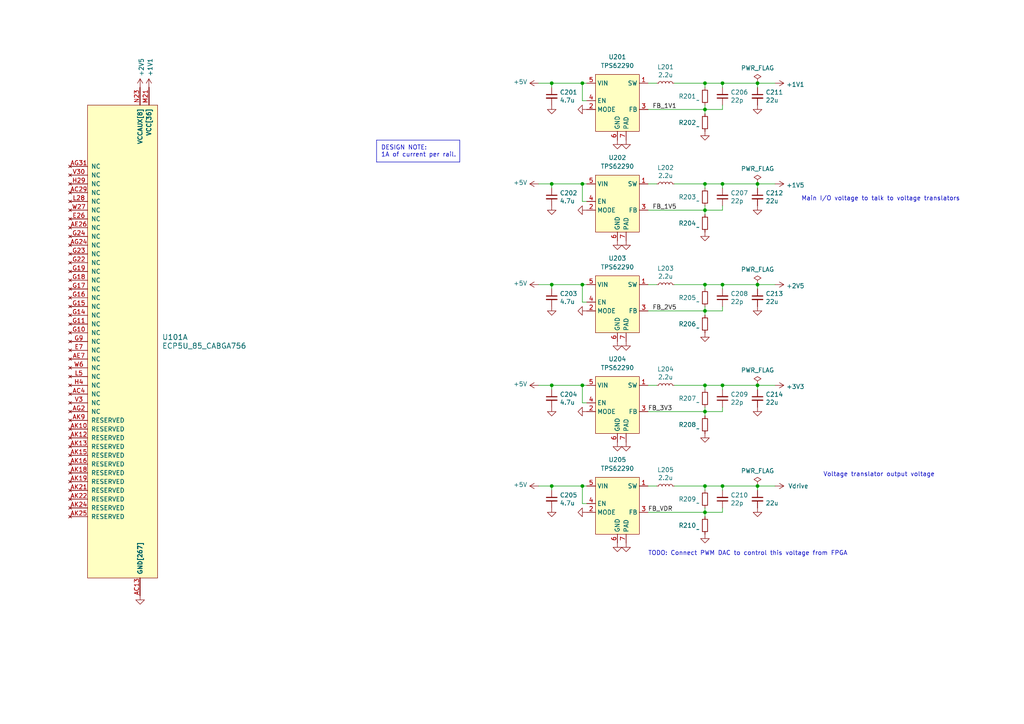
<source format=kicad_sch>
(kicad_sch (version 20230121) (generator eeschema)
  (paper "A4")
  (junction (at 209.55 53.34))
  (junction (at 160.02 53.34))
  (junction (at 219.71 24.13))
  (junction (at 160.02 111.76))
  (junction (at 209.55 111.76))
  (junction (at 219.71 53.34))
  (junction (at 160.02 82.55))
  (junction (at 168.91 82.55))
  (junction (at 204.47 82.55))
  (junction (at 204.47 90.17))
  (junction (at 168.91 53.34))
  (junction (at 204.47 53.34))
  (junction (at 204.47 111.76))
  (junction (at 168.91 24.13))
  (junction (at 209.55 140.97))
  (junction (at 219.71 140.97))
  (junction (at 209.55 82.55))
  (junction (at 209.55 24.13))
  (junction (at 204.47 140.97))
  (junction (at 204.47 119.38))
  (junction (at 160.02 140.97))
  (junction (at 168.91 140.97))
  (junction (at 204.47 31.75))
  (junction (at 204.47 24.13))
  (junction (at 219.71 82.55))
  (junction (at 160.02 24.13))
  (junction (at 219.71 111.76))
  (junction (at 204.47 60.96))
  (junction (at 168.91 111.76))
  (junction (at 204.47 148.59))
  (polyline (pts (xy 109.22 40.64) (xy 133.35 40.64)))
  (wire (pts (xy 209.55 119.38) (xy 204.47 119.38)))
  (wire (pts (xy 160.02 140.97) (xy 156.21 140.97)))
  (wire (pts (xy 204.47 142.24) (xy 204.47 140.97)))
  (wire (pts (xy 209.55 25.4) (xy 209.55 24.13)))
  (wire (pts (xy 168.91 24.13) (xy 170.18 24.13)))
  (wire (pts (xy 219.71 140.97) (xy 224.79 140.97)))
  (wire (pts (xy 219.71 54.61) (xy 219.71 53.34)))
  (wire (pts (xy 187.96 111.76) (xy 190.5 111.76)))
  (wire (pts (xy 209.55 88.9) (xy 209.55 90.17)))
  (wire (pts (xy 160.02 24.13) (xy 168.91 24.13)))
  (wire (pts (xy 168.91 82.55) (xy 160.02 82.55)))
  (wire (pts (xy 168.91 87.63) (xy 168.91 82.55)))
  (wire (pts (xy 204.47 83.82) (xy 204.47 82.55)))
  (wire (pts (xy 168.91 146.05) (xy 168.91 140.97)))
  (wire (pts (xy 204.47 30.48) (xy 204.47 31.75)))
  (wire (pts (xy 160.02 142.24) (xy 160.02 140.97)))
  (wire (pts (xy 204.47 148.59) (xy 187.96 148.59)))
  (wire (pts (xy 168.91 29.21) (xy 168.91 24.13)))
  (wire (pts (xy 204.47 90.17) (xy 187.96 90.17)))
  (polyline (pts (xy 133.35 40.64) (xy 133.35 46.99)))
  (wire (pts (xy 160.02 24.13) (xy 156.21 24.13)))
  (wire (pts (xy 170.18 146.05) (xy 168.91 146.05)))
  (wire (pts (xy 204.47 119.38) (xy 187.96 119.38)))
  (wire (pts (xy 170.18 82.55) (xy 168.91 82.55)))
  (wire (pts (xy 209.55 111.76) (xy 219.71 111.76)))
  (wire (pts (xy 209.55 24.13) (xy 219.71 24.13)))
  (wire (pts (xy 204.47 24.13) (xy 209.55 24.13)))
  (wire (pts (xy 219.71 111.76) (xy 224.79 111.76)))
  (wire (pts (xy 160.02 140.97) (xy 168.91 140.97)))
  (wire (pts (xy 219.71 53.34) (xy 224.79 53.34)))
  (wire (pts (xy 168.91 140.97) (xy 170.18 140.97)))
  (wire (pts (xy 170.18 53.34) (xy 168.91 53.34)))
  (wire (pts (xy 160.02 111.76) (xy 168.91 111.76)))
  (wire (pts (xy 204.47 54.61) (xy 204.47 53.34)))
  (wire (pts (xy 195.58 111.76) (xy 204.47 111.76)))
  (wire (pts (xy 204.47 147.32) (xy 204.47 148.59)))
  (polyline (pts (xy 109.22 46.99) (xy 109.22 40.64)))
  (wire (pts (xy 209.55 82.55) (xy 219.71 82.55)))
  (wire (pts (xy 160.02 53.34) (xy 156.21 53.34)))
  (wire (pts (xy 204.47 148.59) (xy 204.47 149.86)))
  (wire (pts (xy 187.96 82.55) (xy 190.5 82.55)))
  (wire (pts (xy 219.71 83.82) (xy 219.71 82.55)))
  (wire (pts (xy 168.91 53.34) (xy 168.91 58.42)))
  (wire (pts (xy 160.02 113.03) (xy 160.02 111.76)))
  (wire (pts (xy 209.55 140.97) (xy 219.71 140.97)))
  (wire (pts (xy 160.02 111.76) (xy 156.21 111.76)))
  (wire (pts (xy 195.58 53.34) (xy 204.47 53.34)))
  (wire (pts (xy 204.47 59.69) (xy 204.47 60.96)))
  (wire (pts (xy 195.58 24.13) (xy 204.47 24.13)))
  (wire (pts (xy 209.55 90.17) (xy 204.47 90.17)))
  (wire (pts (xy 209.55 54.61) (xy 209.55 53.34)))
  (wire (pts (xy 195.58 82.55) (xy 204.47 82.55)))
  (wire (pts (xy 204.47 60.96) (xy 204.47 62.23)))
  (wire (pts (xy 195.58 140.97) (xy 204.47 140.97)))
  (polyline (pts (xy 133.35 46.99) (xy 109.22 46.99)))
  (wire (pts (xy 160.02 82.55) (xy 156.21 82.55)))
  (wire (pts (xy 224.79 82.55) (xy 219.71 82.55)))
  (wire (pts (xy 160.02 54.61) (xy 160.02 53.34)))
  (wire (pts (xy 170.18 29.21) (xy 168.91 29.21)))
  (wire (pts (xy 204.47 140.97) (xy 209.55 140.97)))
  (wire (pts (xy 219.71 24.13) (xy 224.79 24.13)))
  (wire (pts (xy 219.71 25.4) (xy 219.71 24.13)))
  (wire (pts (xy 209.55 60.96) (xy 204.47 60.96)))
  (wire (pts (xy 209.55 83.82) (xy 209.55 82.55)))
  (wire (pts (xy 204.47 25.4) (xy 204.47 24.13)))
  (wire (pts (xy 204.47 60.96) (xy 187.96 60.96)))
  (wire (pts (xy 168.91 53.34) (xy 160.02 53.34)))
  (wire (pts (xy 160.02 25.4) (xy 160.02 24.13)))
  (wire (pts (xy 209.55 31.75) (xy 204.47 31.75)))
  (wire (pts (xy 170.18 87.63) (xy 168.91 87.63)))
  (wire (pts (xy 219.71 113.03) (xy 219.71 111.76)))
  (wire (pts (xy 204.47 111.76) (xy 209.55 111.76)))
  (wire (pts (xy 187.96 53.34) (xy 190.5 53.34)))
  (wire (pts (xy 168.91 116.84) (xy 168.91 111.76)))
  (wire (pts (xy 170.18 58.42) (xy 168.91 58.42)))
  (wire (pts (xy 160.02 83.82) (xy 160.02 82.55)))
  (wire (pts (xy 204.47 31.75) (xy 187.96 31.75)))
  (wire (pts (xy 209.55 53.34) (xy 219.71 53.34)))
  (wire (pts (xy 219.71 142.24) (xy 219.71 140.97)))
  (wire (pts (xy 204.47 31.75) (xy 204.47 33.02)))
  (wire (pts (xy 168.91 111.76) (xy 170.18 111.76)))
  (wire (pts (xy 204.47 82.55) (xy 209.55 82.55)))
  (wire (pts (xy 170.18 116.84) (xy 168.91 116.84)))
  (wire (pts (xy 187.96 24.13) (xy 190.5 24.13)))
  (wire (pts (xy 209.55 118.11) (xy 209.55 119.38)))
  (wire (pts (xy 204.47 90.17) (xy 204.47 91.44)))
  (wire (pts (xy 209.55 147.32) (xy 209.55 148.59)))
  (wire (pts (xy 204.47 53.34) (xy 209.55 53.34)))
  (wire (pts (xy 204.47 113.03) (xy 204.47 111.76)))
  (wire (pts (xy 209.55 30.48) (xy 209.55 31.75)))
  (wire (pts (xy 204.47 118.11) (xy 204.47 119.38)))
  (wire (pts (xy 187.96 140.97) (xy 190.5 140.97)))
  (wire (pts (xy 209.55 59.69) (xy 209.55 60.96)))
  (wire (pts (xy 209.55 113.03) (xy 209.55 111.76)))
  (wire (pts (xy 209.55 148.59) (xy 204.47 148.59)))
  (wire (pts (xy 209.55 142.24) (xy 209.55 140.97)))
  (wire (pts (xy 204.47 88.9) (xy 204.47 90.17)))
  (wire (pts (xy 204.47 119.38) (xy 204.47 120.65)))
  (text "DESIGN NOTE:\n1A of current per rail." (at 110.49 45.72 0) (effects (font (size 1.27 1.27)) (justify left bottom)))
  (text "Main I/O voltage to talk to voltage translators" (at 232.41 58.42 0) (effects (font (size 1.27 1.27)) (justify left bottom)))
  (text "Voltage translator output voltage" (at 238.76 138.43 0) (effects (font (size 1.27 1.27)) (justify left bottom)))
  (text "TODO: Connect PWM DAC to control this voltage from FPGA" (at 187.96 161.29 0) (effects (font (size 1.27 1.27)) (justify left bottom)))
  (label "FB_1V1" (at 189.23 31.75 0))
  (label "FB_1V5" (at 189.23 60.96 0))
  (label "FB_2V5" (at 189.23 90.17 0))
  (label "FB_VDR" (at 187.96 148.59 0))
  (label "FB_3V3" (at 187.96 119.38 0))
  (symbol (lib_id "Lattice_ECP5_FPGA:ECP5U_85_CABGA756") (at 20.32 48.26 0) (unit 1)
    (property "Reference" "U101" (at 46.99 97.79 0) (effects (font (size 1.524 1.524)) (justify left)))
    (property "Value" "ECP5U_85_CABGA756" (at 46.99 100.33 0) (effects (font (size 1.524 1.524)) (justify left)))
    (property "Footprint" "Package_BGA:Lattice_caBGA-756_27.0x27.0mm_Layout32x32_P0.8mm" (effects hide))
    (property "manf#" "ECP5U_85" (effects hide))
  )
  (symbol (lib_id "Device:R_Small") (at 204.47 57.15 0) (mirror x) (unit 1)
    (property "Reference" "R203" (at 201.93 57.15 0) (effects (justify right)))
    (property "Value" "~" (at 202.9968 58.293 0) (effects (justify right)))
    (property "Footprint" "passive:R_0201" (effects hide))
  )
  (symbol (lib_id "Device:R_Small") (at 204.47 35.56 0) (mirror x) (unit 1)
    (property "Reference" "R202" (at 201.93 35.56 0) (effects (justify right)))
    (property "Value" "~" (at 202.9968 36.703 0) (effects (justify right)))
    (property "Footprint" "passive:R_0201" (effects hide))
  )
  (symbol (lib_id "Device:R_Small") (at 204.47 93.98 0) (mirror x) (unit 1)
    (property "Reference" "R206" (at 201.93 93.98 0) (effects (justify right)))
    (property "Value" "~" (at 202.9968 95.123 0) (effects (justify right)))
    (property "Footprint" "passive:R_0201" (effects hide))
  )
  (symbol (lib_id "power:+1V1") (at 224.79 24.13 270) (unit 1)
    (property "Reference" "#PWR0239" (effects hide))
    (property "Value" "+1V1" (at 228.0412 24.511 90) (effects (justify left)))
    (instances (project "ether" (path "" (reference "#PWR0239") (unit 1))) (project "ovio_core" (path "" (reference "#PWR0225") (unit 1))))
  )
  (symbol (lib_id "Device:C_Small") (at 209.55 27.94 180) (unit 1)
    (property "Reference" "C206" (at 211.8868 26.7716 0) (effects (justify right)))
    (property "Value" "22p" (at 211.8868 29.083 0) (effects (justify right)))
    (property "Footprint" "passive:C_0402" (effects hide))
    (property "Comment" "C0G,50V" (effects hide))
    (property "MFPN" "GCM1555C1H150JA16D" (effects hide))
    (property "Manufacturer" "Murata Electronics" (effects hide))
    (instances (project "ether" (path "" (reference "C206") (unit 1))) (project "ovio_core" (path "" (reference "C221") (unit 1))))
  )
  (symbol (lib_id "power:+5V") (at 156.21 53.34 90) (unit 1)
    (property "Reference" "#PWR0205" (effects hide))
    (property "Value" "+5V" (at 152.9588 52.959 90) (effects (justify left)))
    (instances (project "ether" (path "" (reference "#PWR0205") (unit 1))) (project "ovio_core" (path "" (reference "#PWR0202") (unit 1))))
  )
  (symbol (lib_id "power:GND") (at 170.18 60.96 270) (unit 1)
    (property "Reference" "#PWR0215" (effects hide))
    (property "Value" "GND" (effects hide))
    (instances (project "ether" (path "" (reference "#PWR0215") (unit 1))) (project "ovio_core" (path "" (reference "#PWR0213") (unit 1))))
  )
  (symbol (lib_id "power:GND") (at 160.02 88.9 0) (unit 1)
    (property "Reference" "#PWR0211" (effects hide))
    (property "Value" "GND" (effects hide))
    (instances (project "ether" (path "" (reference "#PWR0211") (unit 1))) (project "ovio_core" (path "" (reference "#PWR0207") (unit 1))))
  )
  (symbol (lib_id "Device:R_Small") (at 204.47 115.57 0) (mirror x) (unit 1)
    (property "Reference" "R207" (at 201.93 115.57 0) (effects (justify right)))
    (property "Value" "~" (at 202.9968 116.713 0) (effects (justify right)))
    (property "Footprint" "passive:R_0201" (effects hide))
  )
  (symbol (lib_id "Device:C_Small") (at 160.02 27.94 0) (unit 1)
    (property "Reference" "C201" (at 162.3568 26.7716 0) (effects (justify left)))
    (property "Value" "4.7u" (at 162.3568 29.083 0) (effects (justify left)))
    (property "Footprint" "passive:C_0603" (effects hide))
    (property "Comment" "X5R,25V" (effects hide))
  )
  (symbol (lib_id "power:GND") (at 219.71 30.48 0) (unit 1)
    (property "Reference" "#PWR0234" (effects hide))
    (property "Value" "GND" (effects hide))
    (instances (project "ether" (path "" (reference "#PWR0234") (unit 1))) (project "ovio_core" (path "" (reference "#PWR0217") (unit 1))))
  )
  (symbol (lib_id "dc_dc_regulators:TPS62290") (at 179.07 109.22 0) (unit 1)
    (property "Reference" "U204" (at 179.07 104.14 0))
    (property "Value" "TPS62290" (at 179.07 106.68 0))
    (property "Footprint" "Package_SON:WSON-6-1EP_2x2mm_P0.65mm_EP1x1.6mm" (effects hide))
    (property "Datasheet" "https://www.ti.com/lit/ds/symlink/tps62590.pdf" (effects hide))
  )
  (symbol (lib_id "Device:C_Small") (at 209.55 144.78 180) (unit 1)
    (property "Reference" "C210" (at 211.8868 143.6116 0) (effects (justify right)))
    (property "Value" "22p" (at 211.8868 145.923 0) (effects (justify right)))
    (property "Footprint" "passive:C_0402" (effects hide))
    (property "Comment" "C0G,50V" (effects hide))
    (property "MFPN" "GCM1555C1H150JA16D" (effects hide))
    (property "Manufacturer" "Murata Electronics" (effects hide))
    (instances (project "ether" (path "" (reference "C210") (unit 1))) (project "ovio_core" (path "" (reference "C224") (unit 1))))
  )
  (symbol (lib_id "power:+5V") (at 156.21 140.97 90) (unit 1)
    (property "Reference" "#PWR0208" (effects hide))
    (property "Value" "+5V" (at 152.9588 140.589 90) (effects (justify left)))
    (instances (project "ether" (path "" (reference "#PWR0208") (unit 1))) (project "ovio_core" (path "" (reference "#PWR0204") (unit 1))))
  )
  (symbol (lib_id "power:+5V") (at 156.21 82.55 90) (unit 1)
    (property "Reference" "#PWR0206" (effects hide))
    (property "Value" "+5V" (at 152.9588 82.169 90) (effects (justify left)))
    (instances (project "ether" (path "" (reference "#PWR0206") (unit 1))) (project "ovio_core" (path "" (reference "#PWR0203") (unit 1))))
  )
  (symbol (lib_id "power:GND") (at 204.47 125.73 0) (unit 1)
    (property "Reference" "#PWR0232" (effects hide))
    (property "Value" "GND" (effects hide))
    (instances (project "ether" (path "" (reference "#PWR0232") (unit 1))) (project "ovio_core" (path "" (reference "#PWR0216") (unit 1))))
  )
  (symbol (lib_id "power:+5V") (at 156.21 24.13 90) (unit 1)
    (property "Reference" "#PWR0204" (effects hide))
    (property "Value" "+5V" (at 152.9588 23.749 90) (effects (justify left)))
    (instances (project "ether" (path "" (reference "#PWR0204") (unit 1))) (project "ovio_core" (path "" (reference "#PWR0201") (unit 1))))
  )
  (symbol (lib_id "Device:C_Small") (at 209.55 115.57 180) (unit 1)
    (property "Reference" "C209" (at 211.8868 114.4016 0) (effects (justify right)))
    (property "Value" "22p" (at 211.8868 116.713 0) (effects (justify right)))
    (property "Footprint" "passive:C_0402" (effects hide))
    (property "Comment" "C0G,50V" (effects hide))
    (property "MFPN" "GCM1555C1H150JA16D" (effects hide))
    (property "Manufacturer" "Murata Electronics" (effects hide))
    (instances (project "ether" (path "" (reference "C209") (unit 1))) (project "ovio_core" (path "" (reference "C224") (unit 1))))
  )
  (symbol (lib_id "Device:L_Small") (at 193.04 82.55 90) (unit 1)
    (property "Reference" "L203" (at 193.04 77.851 90))
    (property "Value" "2.2u" (at 193.04 80.1624 90))
    (property "Footprint" "Inductor_SMD:L_Abracon_ASPI-3012S" (effects hide))
    (instances (project "ether" (path "" (reference "L203") (unit 1))) (project "ovio_core" (path "" (reference "L201") (unit 1))))
  )
  (symbol (lib_id "power:PWR_FLAG") (at 219.71 111.76 0) (unit 1)
    (property "Reference" "#FLG0204" (effects hide))
    (property "Value" "PWR_FLAG" (at 219.71 107.3658 0))
    (instances (project "ether" (path "" (reference "#FLG0204") (unit 1))) (project "ovio_core" (path "" (reference "#FLG0104") (unit 1))))
  )
  (symbol (lib_id "Device:C_Small") (at 219.71 57.15 0) (unit 1)
    (property "Reference" "C212" (at 222.0468 55.9816 0) (effects (justify left)))
    (property "Value" "22u" (at 222.0468 58.293 0) (effects (justify left)))
    (property "Footprint" "passive:C_0603" (effects hide))
    (instances (project "ether" (path "" (reference "C212") (unit 1))) (project "ovio_core" (path "" (reference "C206") (unit 1))))
  )
  (symbol (lib_id "power:GND") (at 179.07 40.64 0) (unit 1)
    (property "Reference" "#PWR0219" (effects hide))
    (property "Value" "GND" (effects hide))
    (instances (project "ether" (path "" (reference "#PWR0219") (unit 1))) (project "ovio_core" (path "" (reference "#PWR0213") (unit 1))))
  )
  (symbol (lib_id "power:GND") (at 179.07 69.85 0) (unit 1)
    (property "Reference" "#PWR0220" (effects hide))
    (property "Value" "GND" (effects hide))
    (instances (project "ether" (path "" (reference "#PWR0220") (unit 1))) (project "ovio_core" (path "" (reference "#PWR0213") (unit 1))))
  )
  (symbol (lib_id "Device:R_Small") (at 204.47 64.77 0) (mirror x) (unit 1)
    (property "Reference" "R204" (at 201.93 64.77 0) (effects (justify right)))
    (property "Value" "~" (at 202.9968 65.913 0) (effects (justify right)))
    (property "Footprint" "passive:R_0201" (effects hide))
  )
  (symbol (lib_id "power:GND") (at 204.47 67.31 0) (unit 1)
    (property "Reference" "#PWR0230" (effects hide))
    (property "Value" "GND" (effects hide))
    (instances (project "ether" (path "" (reference "#PWR0230") (unit 1))) (project "ovio_core" (path "" (reference "#PWR0214") (unit 1))))
  )
  (symbol (lib_id "Device:C_Small") (at 219.71 144.78 0) (unit 1)
    (property "Reference" "C215" (effects hide))
    (property "Value" "22u" (at 222.0468 145.923 0) (effects (justify left)))
    (property "Footprint" "passive:C_0603" (effects hide))
    (instances (project "ether" (path "" (reference "C215") (unit 1))) (project "ovio_core" (path "" (reference "C208") (unit 1))))
  )
  (symbol (lib_id "Device:C_Small") (at 160.02 144.78 0) (unit 1)
    (property "Reference" "C205" (at 162.3568 143.6116 0) (effects (justify left)))
    (property "Value" "4.7u" (at 162.3568 145.923 0) (effects (justify left)))
    (property "Footprint" "passive:C_0603" (effects hide))
    (property "Comment" "X5R,25V" (effects hide))
    (instances (project "ether" (path "" (reference "C205") (unit 1))) (project "ovio_core" (path "" (reference "C204") (unit 1))))
  )
  (symbol (lib_id "power:GND") (at 219.71 118.11 0) (unit 1)
    (property "Reference" "#PWR0237" (effects hide))
    (property "Value" "GND" (effects hide))
    (instances (project "ether" (path "" (reference "#PWR0237") (unit 1))) (project "ovio_core" (path "" (reference "#PWR0220") (unit 1))))
  )
  (symbol (lib_id "Device:C_Small") (at 209.55 57.15 180) (unit 1)
    (property "Reference" "C207" (at 211.8868 55.9816 0) (effects (justify right)))
    (property "Value" "22p" (at 211.8868 58.293 0) (effects (justify right)))
    (property "Footprint" "passive:C_0402" (effects hide))
    (property "Comment" "C0G,50V" (effects hide))
    (property "MFPN" "GCM1555C1H150JA16D" (effects hide))
    (property "Manufacturer" "Murata Electronics" (effects hide))
    (instances (project "ether" (path "" (reference "C207") (unit 1))) (project "ovio_core" (path "" (reference "C222") (unit 1))))
  )
  (symbol (lib_id "Device:C_Small") (at 219.71 27.94 0) (unit 1)
    (property "Reference" "C211" (at 222.0468 26.7716 0) (effects (justify left)))
    (property "Value" "22u" (at 222.0468 29.083 0) (effects (justify left)))
    (property "Footprint" "passive:C_0603" (effects hide))
    (instances (project "ether" (path "" (reference "C211") (unit 1))) (project "ovio_core" (path "" (reference "C205") (unit 1))))
  )
  (symbol (lib_id "power:GND") (at 181.61 99.06 0) (unit 1)
    (property "Reference" "#PWR0226" (effects hide))
    (property "Value" "GND" (effects hide))
    (instances (project "ether" (path "" (reference "#PWR0226") (unit 1))) (project "ovio_core" (path "" (reference "#PWR0213") (unit 1))))
  )
  (symbol (lib_id "power:GND") (at 179.07 157.48 0) (unit 1)
    (property "Reference" "#PWR0223" (effects hide))
    (property "Value" "GND" (effects hide))
    (instances (project "ether" (path "" (reference "#PWR0223") (unit 1))) (project "ovio_core" (path "" (reference "#PWR0213") (unit 1))))
  )
  (symbol (lib_id "power:GND") (at 170.18 31.75 270) (unit 1)
    (property "Reference" "#PWR0214" (effects hide))
    (property "Value" "GND" (effects hide))
    (instances (project "ether" (path "" (reference "#PWR0214") (unit 1))) (project "ovio_core" (path "" (reference "#PWR0213") (unit 1))))
  )
  (symbol (lib_id "power:+5V") (at 156.21 111.76 90) (unit 1)
    (property "Reference" "#PWR0207" (effects hide))
    (property "Value" "+5V" (at 152.9588 111.379 90) (effects (justify left)))
    (instances (project "ether" (path "" (reference "#PWR0207") (unit 1))) (project "ovio_core" (path "" (reference "#PWR0204") (unit 1))))
  )
  (symbol (lib_id "dc_dc_regulators:TPS62290") (at 179.07 138.43 0) (unit 1)
    (property "Reference" "U205" (at 179.07 133.35 0))
    (property "Value" "TPS62290" (at 179.07 135.89 0))
    (property "Footprint" "Package_SON:WSON-6-1EP_2x2mm_P0.65mm_EP1x1.6mm" (effects hide))
    (property "Datasheet" "https://www.ti.com/lit/ds/symlink/tps62590.pdf" (effects hide))
  )
  (symbol (lib_id "power:GND") (at 170.18 119.38 270) (unit 1)
    (property "Reference" "#PWR0217" (effects hide))
    (property "Value" "GND" (effects hide))
    (instances (project "ether" (path "" (reference "#PWR0217") (unit 1))) (project "ovio_core" (path "" (reference "#PWR0213") (unit 1))))
  )
  (symbol (lib_id "Device:L_Small") (at 193.04 24.13 90) (unit 1)
    (property "Reference" "L201" (at 193.04 19.431 90))
    (property "Value" "2.2u" (at 193.04 21.7424 90))
    (property "Footprint" "Inductor_SMD:L_Abracon_ASPI-3012S" (effects hide))
  )
  (symbol (lib_id "Device:R_Small") (at 204.47 86.36 0) (mirror x) (unit 1)
    (property "Reference" "R205" (at 201.93 86.36 0) (effects (justify right)))
    (property "Value" "~" (at 202.9968 87.503 0) (effects (justify right)))
    (property "Footprint" "passive:R_0201" (effects hide))
  )
  (symbol (lib_id "Device:L_Small") (at 193.04 53.34 90) (unit 1)
    (property "Reference" "L202" (at 193.04 48.641 90))
    (property "Value" "2.2u" (at 193.04 50.9524 90))
    (property "Footprint" "Inductor_SMD:L_Abracon_ASPI-3012S" (effects hide))
    (instances (project "ether" (path "" (reference "L202") (unit 1))) (project "ovio_core" (path "" (reference "L201") (unit 1))))
  )
  (symbol (lib_id "power:GND") (at 179.07 99.06 0) (unit 1)
    (property "Reference" "#PWR0221" (effects hide))
    (property "Value" "GND" (effects hide))
    (instances (project "ether" (path "" (reference "#PWR0221") (unit 1))) (project "ovio_core" (path "" (reference "#PWR0213") (unit 1))))
  )
  (symbol (lib_id "Device:C_Small") (at 209.55 86.36 180) (unit 1)
    (property "Reference" "C208" (at 211.8868 85.1916 0) (effects (justify right)))
    (property "Value" "22p" (at 211.8868 87.503 0) (effects (justify right)))
    (property "Footprint" "passive:C_0402" (effects hide))
    (property "Comment" "C0G,50V" (effects hide))
    (property "MFPN" "GCM1555C1H150JA16D" (effects hide))
    (property "Manufacturer" "Murata Electronics" (effects hide))
    (instances (project "ether" (path "" (reference "C208") (unit 1))) (project "ovio_core" (path "" (reference "C223") (unit 1))))
  )
  (symbol (lib_id "Device:L_Small") (at 193.04 140.97 90) (unit 1)
    (property "Reference" "L205" (at 193.04 136.271 90))
    (property "Value" "2.2u" (at 193.04 138.5824 90))
    (property "Footprint" "Inductor_SMD:L_Abracon_ASPI-3012S" (effects hide))
    (instances (project "ether" (path "" (reference "L205") (unit 1))) (project "ovio_core" (path "" (reference "L201") (unit 1))))
  )
  (symbol (lib_id "power:+1V1") (at 43.18 25.4 0) (unit 1)
    (property "Reference" "#PWR0203" (effects hide))
    (property "Value" "+1V1" (at 43.561 22.1488 90) (effects (justify left)))
    (instances (project "ether" (path "" (reference "#PWR0203") (unit 1))) (project "ovio_core" (path "" (reference "#PWR0225") (unit 1))))
  )
  (symbol (lib_id "dc_dc_regulators:TPS62290") (at 179.07 80.01 0) (unit 1)
    (property "Reference" "U203" (at 179.07 74.93 0))
    (property "Value" "TPS62290" (at 179.07 77.47 0))
    (property "Footprint" "Package_SON:WSON-6-1EP_2x2mm_P0.65mm_EP1x1.6mm" (effects hide))
    (property "Datasheet" "https://www.ti.com/lit/ds/symlink/tps62590.pdf" (effects hide))
  )
  (symbol (lib_id "power:PWR_FLAG") (at 219.71 82.55 0) (unit 1)
    (property "Reference" "#FLG0203" (effects hide))
    (property "Value" "PWR_FLAG" (at 219.71 78.1558 0))
    (instances (project "ether" (path "" (reference "#FLG0203") (unit 1))) (project "ovio_core" (path "" (reference "#FLG0103") (unit 1))))
  )
  (symbol (lib_id "power:Vdrive") (at 224.79 140.97 270) (unit 1)
    (property "Reference" "#PWR0243" (effects hide))
    (property "Value" "Vdrive" (at 228.6 140.97 90) (effects (justify left)))
  )
  (symbol (lib_id "Device:C_Small") (at 160.02 86.36 0) (unit 1)
    (property "Reference" "C203" (at 162.3568 85.1916 0) (effects (justify left)))
    (property "Value" "4.7u" (at 162.3568 87.503 0) (effects (justify left)))
    (property "Footprint" "passive:C_0603" (effects hide))
    (property "Comment" "X5R,25V" (effects hide))
  )
  (symbol (lib_id "Device:R_Small") (at 204.47 144.78 0) (mirror x) (unit 1)
    (property "Reference" "R209" (at 201.93 144.78 0) (effects (justify right)))
    (property "Value" "~" (at 202.9968 145.923 0) (effects (justify right)))
    (property "Footprint" "passive:R_0201" (effects hide))
    (instances (project "ether" (path "" (reference "R209") (unit 1))) (project "ovio_core" (path "" (reference "R207") (unit 1))))
  )
  (symbol (lib_id "Device:R_Small") (at 204.47 123.19 0) (mirror x) (unit 1)
    (property "Reference" "R208" (at 201.93 123.19 0) (effects (justify right)))
    (property "Value" "~" (at 202.9968 124.333 0) (effects (justify right)))
    (property "Footprint" "passive:R_0201" (effects hide))
  )
  (symbol (lib_id "power:+3V3") (at 224.79 111.76 270) (unit 1)
    (property "Reference" "#PWR0242" (effects hide))
    (property "Value" "+3V3" (at 228.0412 112.141 90) (effects (justify left)))
    (instances (project "ether" (path "" (reference "#PWR0242") (unit 1))) (project "ovio_core" (path "" (reference "#PWR0223") (unit 1))))
  )
  (symbol (lib_id "power:GND") (at 160.02 118.11 0) (unit 1)
    (property "Reference" "#PWR0212" (effects hide))
    (property "Value" "GND" (effects hide))
    (instances (project "ether" (path "" (reference "#PWR0212") (unit 1))) (project "ovio_core" (path "" (reference "#PWR0208") (unit 1))))
  )
  (symbol (lib_id "power:+1V5") (at 224.79 53.34 270) (unit 1)
    (property "Reference" "#PWR0240" (effects hide))
    (property "Value" "+1V5" (at 228.0412 53.721 90) (effects (justify left)))
    (instances (project "ether" (path "" (reference "#PWR0240") (unit 1))) (project "ovio_core" (path "" (reference "#PWR0221") (unit 1))))
  )
  (symbol (lib_id "Device:L_Small") (at 193.04 111.76 90) (unit 1)
    (property "Reference" "L204" (at 193.04 107.061 90))
    (property "Value" "2.2u" (at 193.04 109.3724 90))
    (property "Footprint" "Inductor_SMD:L_Abracon_ASPI-3012S" (effects hide))
    (instances (project "ether" (path "" (reference "L204") (unit 1))) (project "ovio_core" (path "" (reference "L201") (unit 1))))
  )
  (symbol (lib_id "power:GND") (at 181.61 40.64 0) (unit 1)
    (property "Reference" "#PWR0224" (effects hide))
    (property "Value" "GND" (effects hide))
    (instances (project "ether" (path "" (reference "#PWR0224") (unit 1))) (project "ovio_core" (path "" (reference "#PWR0213") (unit 1))))
  )
  (symbol (lib_id "Device:R_Small") (at 204.47 27.94 0) (mirror x) (unit 1)
    (property "Reference" "R201" (at 201.93 27.94 0) (effects (justify right)))
    (property "Value" "~" (at 202.9968 29.083 0) (effects (justify right)))
    (property "Footprint" "passive:R_0201" (effects hide))
  )
  (symbol (lib_id "power:GND") (at 181.61 69.85 0) (unit 1)
    (property "Reference" "#PWR0225" (effects hide))
    (property "Value" "GND" (effects hide))
    (instances (project "ether" (path "" (reference "#PWR0225") (unit 1))) (project "ovio_core" (path "" (reference "#PWR0213") (unit 1))))
  )
  (symbol (lib_id "power:GND") (at 181.61 157.48 0) (unit 1)
    (property "Reference" "#PWR0228" (effects hide))
    (property "Value" "GND" (effects hide))
    (instances (project "ether" (path "" (reference "#PWR0228") (unit 1))) (project "ovio_core" (path "" (reference "#PWR0213") (unit 1))))
  )
  (symbol (lib_id "power:GND") (at 170.18 148.59 270) (unit 1)
    (property "Reference" "#PWR0218" (effects hide))
    (property "Value" "GND" (effects hide))
    (instances (project "ether" (path "" (reference "#PWR0218") (unit 1))) (project "ovio_core" (path "" (reference "#PWR0213") (unit 1))))
  )
  (symbol (lib_id "Device:C_Small") (at 219.71 86.36 0) (unit 1)
    (property "Reference" "C213" (at 222.0468 85.1916 0) (effects (justify left)))
    (property "Value" "22u" (at 222.0468 87.503 0) (effects (justify left)))
    (property "Footprint" "passive:C_0603" (effects hide))
    (instances (project "ether" (path "" (reference "C213") (unit 1))) (project "ovio_core" (path "" (reference "C207") (unit 1))))
  )
  (symbol (lib_id "Device:C_Small") (at 160.02 57.15 0) (unit 1)
    (property "Reference" "C202" (at 162.3568 55.9816 0) (effects (justify left)))
    (property "Value" "4.7u" (at 162.3568 58.293 0) (effects (justify left)))
    (property "Footprint" "passive:C_0603" (effects hide))
    (property "Comment" "X5R,25V" (effects hide))
  )
  (symbol (lib_id "Device:C_Small") (at 160.02 115.57 0) (unit 1)
    (property "Reference" "C204" (at 162.3568 114.4016 0) (effects (justify left)))
    (property "Value" "4.7u" (at 162.3568 116.713 0) (effects (justify left)))
    (property "Footprint" "passive:C_0603" (effects hide))
    (property "Comment" "X5R,25V" (effects hide))
  )
  (symbol (lib_id "power:PWR_FLAG") (at 219.71 24.13 0) (unit 1)
    (property "Reference" "#FLG0201" (effects hide))
    (property "Value" "PWR_FLAG" (at 219.71 19.7358 0))
    (instances (project "ether" (path "" (reference "#FLG0201") (unit 1))) (project "ovio_core" (path "" (reference "#FLG0101") (unit 1))))
  )
  (symbol (lib_id "power:GND") (at 160.02 59.69 0) (unit 1)
    (property "Reference" "#PWR0210" (effects hide))
    (property "Value" "GND" (effects hide))
    (instances (project "ether" (path "" (reference "#PWR0210") (unit 1))) (project "ovio_core" (path "" (reference "#PWR0206") (unit 1))))
  )
  (symbol (lib_id "power:+2V5") (at 40.64 25.4 0) (unit 1)
    (property "Reference" "#PWR0201" (effects hide))
    (property "Value" "+2V5" (at 41.021 22.1488 90) (effects (justify left)))
    (instances (project "ether" (path "" (reference "#PWR0201") (unit 1))) (project "ovio_core" (path "" (reference "#PWR0222") (unit 1))))
  )
  (symbol (lib_id "dc_dc_regulators:TPS62290") (at 179.07 50.8 0) (unit 1)
    (property "Reference" "U202" (at 179.07 45.72 0))
    (property "Value" "TPS62290" (at 179.07 48.26 0))
    (property "Footprint" "Package_SON:WSON-6-1EP_2x2mm_P0.65mm_EP1x1.6mm" (effects hide))
    (property "Datasheet" "https://www.ti.com/lit/ds/symlink/tps62590.pdf" (effects hide))
  )
  (symbol (lib_id "power:GND") (at 219.71 88.9 0) (unit 1)
    (property "Reference" "#PWR0236" (effects hide))
    (property "Value" "GND" (effects hide))
    (instances (project "ether" (path "" (reference "#PWR0236") (unit 1))) (project "ovio_core" (path "" (reference "#PWR0219") (unit 1))))
  )
  (symbol (lib_id "power:GND") (at 219.71 59.69 0) (unit 1)
    (property "Reference" "#PWR0235" (effects hide))
    (property "Value" "GND" (effects hide))
    (instances (project "ether" (path "" (reference "#PWR0235") (unit 1))) (project "ovio_core" (path "" (reference "#PWR0218") (unit 1))))
  )
  (symbol (lib_id "dc_dc_regulators:TPS62290") (at 179.07 21.59 0) (unit 1)
    (property "Reference" "U201" (at 179.07 16.51 0))
    (property "Value" "TPS62290" (at 179.07 19.05 0))
    (property "Footprint" "Package_SON:WSON-6-1EP_2x2mm_P0.65mm_EP1x1.6mm" (effects hide))
    (property "Datasheet" "https://www.ti.com/lit/ds/symlink/tps62590.pdf" (effects hide))
  )
  (symbol (lib_id "power:GND") (at 219.71 147.32 0) (unit 1)
    (property "Reference" "#PWR0238" (effects hide))
    (property "Value" "GND" (effects hide))
    (instances (project "ether" (path "" (reference "#PWR0238") (unit 1))) (project "ovio_core" (path "" (reference "#PWR0220") (unit 1))))
  )
  (symbol (lib_id "power:+2V5") (at 224.79 82.55 270) (unit 1)
    (property "Reference" "#PWR0241" (effects hide))
    (property "Value" "+2V5" (at 228.0412 82.931 90) (effects (justify left)))
    (instances (project "ether" (path "" (reference "#PWR0241") (unit 1))) (project "ovio_core" (path "" (reference "#PWR0222") (unit 1))))
  )
  (symbol (lib_id "power:GND") (at 204.47 154.94 0) (unit 1)
    (property "Reference" "#PWR0233" (effects hide))
    (property "Value" "GND" (effects hide))
    (instances (project "ether" (path "" (reference "#PWR0233") (unit 1))) (project "ovio_core" (path "" (reference "#PWR0216") (unit 1))))
  )
  (symbol (lib_id "power:PWR_FLAG") (at 219.71 53.34 0) (unit 1)
    (property "Reference" "#FLG0202" (effects hide))
    (property "Value" "PWR_FLAG" (at 219.71 48.9458 0))
    (instances (project "ether" (path "" (reference "#FLG0202") (unit 1))) (project "ovio_core" (path "" (reference "#FLG0102") (unit 1))))
  )
  (symbol (lib_id "power:GND") (at 179.07 128.27 0) (unit 1)
    (property "Reference" "#PWR0222" (effects hide))
    (property "Value" "GND" (effects hide))
    (instances (project "ether" (path "" (reference "#PWR0222") (unit 1))) (project "ovio_core" (path "" (reference "#PWR0213") (unit 1))))
  )
  (symbol (lib_id "power:GND") (at 204.47 38.1 0) (unit 1)
    (property "Reference" "#PWR0229" (effects hide))
    (property "Value" "GND" (effects hide))
    (instances (project "ether" (path "" (reference "#PWR0229") (unit 1))) (project "ovio_core" (path "" (reference "#PWR0213") (unit 1))))
  )
  (symbol (lib_id "power:GND") (at 160.02 147.32 0) (unit 1)
    (property "Reference" "#PWR0213" (effects hide))
    (property "Value" "GND" (effects hide))
    (instances (project "ether" (path "" (reference "#PWR0213") (unit 1))) (project "ovio_core" (path "" (reference "#PWR0208") (unit 1))))
  )
  (symbol (lib_id "Device:C_Small") (at 219.71 115.57 0) (unit 1)
    (property "Reference" "C214" (at 222.0468 114.4016 0) (effects (justify left)))
    (property "Value" "22u" (at 222.0468 116.713 0) (effects (justify left)))
    (property "Footprint" "passive:C_0603" (effects hide))
    (instances (project "ether" (path "" (reference "C214") (unit 1))) (project "ovio_core" (path "" (reference "C208") (unit 1))))
  )
  (symbol (lib_id "Device:R_Small") (at 204.47 152.4 0) (mirror x) (unit 1)
    (property "Reference" "R210" (at 201.93 152.4 0) (effects (justify right)))
    (property "Value" "~" (at 202.9968 153.543 0) (effects (justify right)))
    (property "Footprint" "passive:R_0201" (effects hide))
    (instances (project "ether" (path "" (reference "R210") (unit 1))) (project "ovio_core" (path "" (reference "R208") (unit 1))))
  )
  (symbol (lib_id "power:GND") (at 204.47 96.52 0) (unit 1)
    (property "Reference" "#PWR0231" (effects hide))
    (property "Value" "GND" (effects hide))
    (instances (project "ether" (path "" (reference "#PWR0231") (unit 1))) (project "ovio_core" (path "" (reference "#PWR0215") (unit 1))))
  )
  (symbol (lib_id "power:PWR_FLAG") (at 219.71 140.97 0) (unit 1)
    (property "Reference" "#FLG0205" (effects hide))
    (property "Value" "PWR_FLAG" (at 219.71 136.5758 0))
    (instances (project "ether" (path "" (reference "#FLG0205") (unit 1))) (project "ovio_core" (path "" (reference "#FLG0104") (unit 1))))
  )
  (symbol (lib_id "power:GND") (at 40.64 172.72 0) (unit 1)
    (property "Reference" "#PWR0202" (effects hide))
    (property "Value" "GND" (effects hide))
    (instances (project "ether" (path "" (reference "#PWR0202") (unit 1))) (project "ovio_core" (path "" (reference "#PWR0216") (unit 1))))
  )
  (symbol (lib_id "power:GND") (at 181.61 128.27 0) (unit 1)
    (property "Reference" "#PWR0227" (effects hide))
    (property "Value" "GND" (effects hide))
    (instances (project "ether" (path "" (reference "#PWR0227") (unit 1))) (project "ovio_core" (path "" (reference "#PWR0213") (unit 1))))
  )
  (symbol (lib_id "power:GND") (at 170.18 90.17 270) (unit 1)
    (property "Reference" "#PWR0216" (effects hide))
    (property "Value" "GND" (effects hide))
    (instances (project "ether" (path "" (reference "#PWR0216") (unit 1))) (project "ovio_core" (path "" (reference "#PWR0213") (unit 1))))
  )
  (symbol (lib_id "power:GND") (at 160.02 30.48 0) (unit 1)
    (property "Reference" "#PWR0209" (effects hide))
    (property "Value" "GND" (effects hide))
    (instances (project "ether" (path "" (reference "#PWR0209") (unit 1))) (project "ovio_core" (path "" (reference "#PWR0205") (unit 1))))
  )
)
</source>
